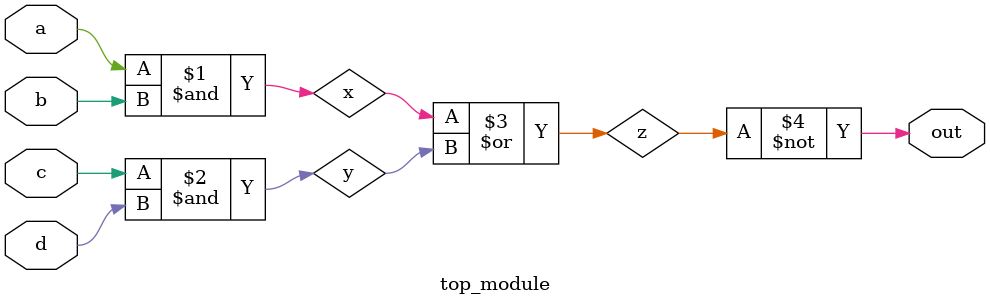
<source format=sv>
module top_module ( 
input a,
input b,
input c,
input d,
output out
);

	// Implement the circuit described by the Karnaugh map

	// Define the intermediate signals
	wire x, y, z;

	// Implement the logic for the intermediate signals
	assign x = a & b;
	assign y = c & d;
	assign z = x | y;

	// Implement the output
	assign out = ~z;

endmodule

</source>
